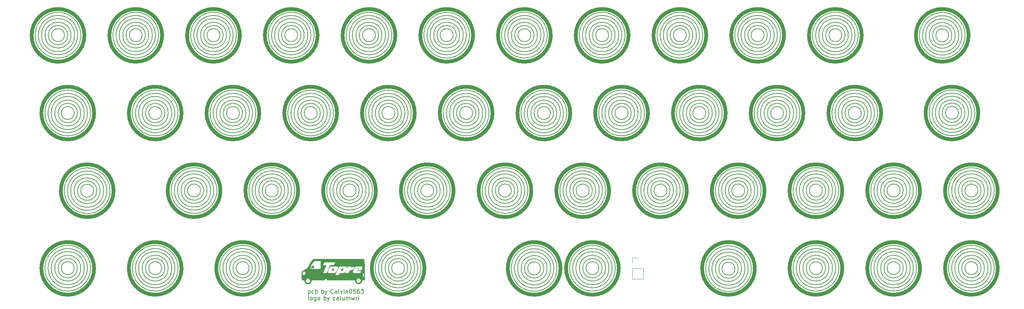
<source format=gbr>
%TF.GenerationSoftware,KiCad,Pcbnew,(7.0.0)*%
%TF.CreationDate,2024-05-03T23:27:27+02:00*%
%TF.ProjectId,minivan,6d696e69-7661-46e2-9e6b-696361645f70,rev?*%
%TF.SameCoordinates,Original*%
%TF.FileFunction,Legend,Top*%
%TF.FilePolarity,Positive*%
%FSLAX46Y46*%
G04 Gerber Fmt 4.6, Leading zero omitted, Abs format (unit mm)*
G04 Created by KiCad (PCBNEW (7.0.0)) date 2024-05-03 23:27:27*
%MOMM*%
%LPD*%
G01*
G04 APERTURE LIST*
%ADD10C,0.150000*%
%ADD11C,0.200000*%
%ADD12C,0.900000*%
%ADD13C,0.120000*%
%ADD14C,2.200000*%
%ADD15R,1.700000X1.700000*%
%ADD16O,1.700000X1.700000*%
%ADD17C,0.650000*%
%ADD18O,1.000000X1.600000*%
%ADD19O,1.000000X2.100000*%
G04 APERTURE END LIST*
D10*
X223893910Y-88049840D02*
G75*
G03*
X223893910Y-88049840I-5612660J0D01*
G01*
X115093750Y-50006250D02*
G75*
G03*
X115093750Y-50006250I-1587500J0D01*
G01*
X241378597Y-88049840D02*
G75*
G03*
X241378597Y-88049840I-4047347J0D01*
G01*
X53181250Y-30899840D02*
G75*
G03*
X53181250Y-30899840I-1587500J0D01*
G01*
X42862500Y-69056250D02*
G75*
G03*
X42862500Y-69056250I-3175000J0D01*
G01*
X57206410Y-30899840D02*
G75*
G03*
X57206410Y-30899840I-5612660J0D01*
G01*
X92075000Y-30899840D02*
G75*
G03*
X92075000Y-30899840I-2381250J0D01*
G01*
X200897347Y-88171942D02*
G75*
G03*
X200897347Y-88171942I-4047347J0D01*
G01*
X257968750Y-68999840D02*
G75*
G03*
X257968750Y-68999840I-1587500J0D01*
G01*
X57943750Y-88049840D02*
G75*
G03*
X57943750Y-88049840I-1587500J0D01*
G01*
X157218910Y-50006250D02*
G75*
G03*
X157218910Y-50006250I-5612660J0D01*
G01*
X254000000Y-49949840D02*
G75*
G03*
X254000000Y-49949840I-2381250J0D01*
G01*
X38972347Y-88049840D02*
G75*
G03*
X38972347Y-88049840I-4047347J0D01*
G01*
X82615693Y-88049840D02*
G75*
G03*
X82615693Y-88049840I-4828193J0D01*
G01*
X59531250Y-50006250D02*
G75*
G03*
X59531250Y-50006250I-3175000J0D01*
G01*
X154781250Y-50006250D02*
G75*
G03*
X154781250Y-50006250I-3175000J0D01*
G01*
X118334443Y-50006250D02*
G75*
G03*
X118334443Y-50006250I-4828193J0D01*
G01*
X208041097Y-30899840D02*
G75*
G03*
X208041097Y-30899840I-4047347J0D01*
G01*
X79375000Y-88049840D02*
G75*
G03*
X79375000Y-88049840I-1587500J0D01*
G01*
X80962500Y-88049840D02*
G75*
G03*
X80962500Y-88049840I-3175000J0D01*
G01*
X201612500Y-68999840D02*
G75*
G03*
X201612500Y-68999840I-2381250J0D01*
G01*
X242159443Y-88049840D02*
G75*
G03*
X242159443Y-88049840I-4828193J0D01*
G01*
X252412500Y-30956250D02*
G75*
G03*
X252412500Y-30956250I-3175000J0D01*
G01*
X254793750Y-49949840D02*
G75*
G03*
X254793750Y-49949840I-3175000J0D01*
G01*
X100068910Y-50006250D02*
G75*
G03*
X100068910Y-50006250I-5612660J0D01*
G01*
X261993910Y-88049840D02*
G75*
G03*
X261993910Y-88049840I-5612660J0D01*
G01*
X258762500Y-68999840D02*
G75*
G03*
X258762500Y-68999840I-2381250J0D01*
G01*
X91281250Y-30899840D02*
G75*
G03*
X91281250Y-30899840I-1587500J0D01*
G01*
X73818750Y-30899840D02*
G75*
G03*
X73818750Y-30899840I-3175000J0D01*
G01*
X81834847Y-88049840D02*
G75*
G03*
X81834847Y-88049840I-4047347J0D01*
G01*
X221456250Y-68999840D02*
G75*
G03*
X221456250Y-68999840I-3175000J0D01*
G01*
X128643910Y-68999840D02*
G75*
G03*
X128643910Y-68999840I-5612660J0D01*
G01*
X241378597Y-68999840D02*
G75*
G03*
X241378597Y-68999840I-4047347J0D01*
G01*
X78581250Y-50006250D02*
G75*
G03*
X78581250Y-50006250I-3175000J0D01*
G01*
X106362500Y-68999840D02*
G75*
G03*
X106362500Y-68999840I-2381250J0D01*
G01*
X206375000Y-30899840D02*
G75*
G03*
X206375000Y-30899840I-2381250J0D01*
G01*
X185009443Y-68999840D02*
G75*
G03*
X185009443Y-68999840I-4828193J0D01*
G01*
X109593910Y-68999840D02*
G75*
G03*
X109593910Y-68999840I-5612660J0D01*
G01*
X61184443Y-88049840D02*
G75*
G03*
X61184443Y-88049840I-4828193J0D01*
G01*
X146909443Y-68999840D02*
G75*
G03*
X146909443Y-68999840I-4828193J0D01*
G01*
X165959443Y-68999840D02*
G75*
G03*
X165959443Y-68999840I-4828193J0D01*
G01*
X87312500Y-68999840D02*
G75*
G03*
X87312500Y-68999840I-2381250J0D01*
G01*
X76993750Y-50006250D02*
G75*
G03*
X76993750Y-50006250I-1587500J0D01*
G01*
X223893910Y-68999840D02*
G75*
G03*
X223893910Y-68999840I-5612660J0D01*
G01*
X40537660Y-50006250D02*
G75*
G03*
X40537660Y-50006250I-5612660J0D01*
G01*
X108809443Y-68999840D02*
G75*
G03*
X108809443Y-68999840I-4828193J0D01*
G01*
X111125000Y-30899840D02*
G75*
G03*
X111125000Y-30899840I-2381250J0D01*
G01*
X175484443Y-50006250D02*
G75*
G03*
X175484443Y-50006250I-4828193J0D01*
G01*
X152400000Y-88106250D02*
G75*
G03*
X152400000Y-88106250I-3175000J0D01*
G01*
X57943750Y-50006250D02*
G75*
G03*
X57943750Y-50006250I-1587500J0D01*
G01*
X151671943Y-30899840D02*
G75*
G03*
X151671943Y-30899840I-4828193J0D01*
G01*
X192881250Y-50006250D02*
G75*
G03*
X192881250Y-50006250I-3175000J0D01*
G01*
X38972347Y-50006250D02*
G75*
G03*
X38972347Y-50006250I-4047347J0D01*
G01*
X242159443Y-68999840D02*
G75*
G03*
X242159443Y-68999840I-4828193J0D01*
G01*
X124618750Y-68999840D02*
G75*
G03*
X124618750Y-68999840I-1587500J0D01*
G01*
X110331250Y-30899840D02*
G75*
G03*
X110331250Y-30899840I-1587500J0D01*
G01*
X37306250Y-50006250D02*
G75*
G03*
X37306250Y-50006250I-2381250J0D01*
G01*
X259556250Y-68999840D02*
G75*
G03*
X259556250Y-68999840I-3175000J0D01*
G01*
X61968910Y-50006250D02*
G75*
G03*
X61968910Y-50006250I-5612660J0D01*
G01*
X38100000Y-88049840D02*
G75*
G03*
X38100000Y-88049840I-3175000J0D01*
G01*
X163512500Y-68999840D02*
G75*
G03*
X163512500Y-68999840I-2381250J0D01*
G01*
X40537660Y-88049840D02*
G75*
G03*
X40537660Y-88049840I-5612660J0D01*
G01*
X227871943Y-30899840D02*
G75*
G03*
X227871943Y-30899840I-4828193J0D01*
G01*
X95306410Y-30899840D02*
G75*
G03*
X95306410Y-30899840I-5612660J0D01*
G01*
X188991097Y-30899840D02*
G75*
G03*
X188991097Y-30899840I-4047347J0D01*
G01*
X169125160Y-88049840D02*
G75*
G03*
X169125160Y-88049840I-5612660J0D01*
G01*
X148431250Y-30899840D02*
G75*
G03*
X148431250Y-30899840I-1587500J0D01*
G01*
X219868750Y-88049840D02*
G75*
G03*
X219868750Y-88049840I-1587500J0D01*
G01*
X131841097Y-30899840D02*
G75*
G03*
X131841097Y-30899840I-4047347J0D01*
G01*
X220662500Y-88049840D02*
G75*
G03*
X220662500Y-88049840I-2381250J0D01*
G01*
X162718750Y-68999840D02*
G75*
G03*
X162718750Y-68999840I-1587500J0D01*
G01*
X38100000Y-50006250D02*
G75*
G03*
X38100000Y-50006250I-3175000J0D01*
G01*
X188118750Y-30899840D02*
G75*
G03*
X188118750Y-30899840I-3175000J0D01*
G01*
X220662500Y-68999840D02*
G75*
G03*
X220662500Y-68999840I-2381250J0D01*
G01*
X222328597Y-88049840D02*
G75*
G03*
X222328597Y-88049840I-4047347J0D01*
G01*
X119934847Y-88049840D02*
G75*
G03*
X119934847Y-88049840I-4047347J0D01*
G01*
X72231250Y-30899840D02*
G75*
G03*
X72231250Y-30899840I-1587500J0D01*
G01*
X150812500Y-88106250D02*
G75*
G03*
X150812500Y-88106250I-1587500J0D01*
G01*
X149225000Y-30899840D02*
G75*
G03*
X149225000Y-30899840I-2381250J0D01*
G01*
X194534443Y-50006250D02*
G75*
G03*
X194534443Y-50006250I-4828193J0D01*
G01*
X70709443Y-68999840D02*
G75*
G03*
X70709443Y-68999840I-4828193J0D01*
G01*
X207168750Y-30899840D02*
G75*
G03*
X207168750Y-30899840I-3175000J0D01*
G01*
X117553597Y-50006250D02*
G75*
G03*
X117553597Y-50006250I-4047347J0D01*
G01*
X153987500Y-50006250D02*
G75*
G03*
X153987500Y-50006250I-2381250J0D01*
G01*
X121500160Y-88049840D02*
G75*
G03*
X121500160Y-88049840I-5612660J0D01*
G01*
X191293750Y-50006250D02*
G75*
G03*
X191293750Y-50006250I-1587500J0D01*
G01*
X53975000Y-30899840D02*
G75*
G03*
X53975000Y-30899840I-2381250J0D01*
G01*
X138168910Y-50006250D02*
G75*
G03*
X138168910Y-50006250I-5612660J0D01*
G01*
X71493910Y-68999840D02*
G75*
G03*
X71493910Y-68999840I-5612660J0D01*
G01*
X223109443Y-88049840D02*
G75*
G03*
X223109443Y-88049840I-4828193J0D01*
G01*
X231853597Y-50006250D02*
G75*
G03*
X231853597Y-50006250I-4047347J0D01*
G01*
X165178597Y-68999840D02*
G75*
G03*
X165178597Y-68999840I-4047347J0D01*
G01*
X168275000Y-30899840D02*
G75*
G03*
X168275000Y-30899840I-2381250J0D01*
G01*
X36512500Y-50006250D02*
G75*
G03*
X36512500Y-50006250I-1587500J0D01*
G01*
X259556250Y-88049840D02*
G75*
G03*
X259556250Y-88049840I-3175000J0D01*
G01*
X45300160Y-69056250D02*
G75*
G03*
X45300160Y-69056250I-5612660J0D01*
G01*
X261209443Y-88049840D02*
G75*
G03*
X261209443Y-88049840I-4828193J0D01*
G01*
X153272347Y-88106250D02*
G75*
G03*
X153272347Y-88106250I-4047347J0D01*
G01*
X37306250Y-88049840D02*
G75*
G03*
X37306250Y-88049840I-2381250J0D01*
G01*
X261209443Y-68999840D02*
G75*
G03*
X261209443Y-68999840I-4828193J0D01*
G01*
X88106250Y-68999840D02*
G75*
G03*
X88106250Y-68999840I-3175000J0D01*
G01*
X55641097Y-30899840D02*
G75*
G03*
X55641097Y-30899840I-4047347J0D01*
G01*
X37371943Y-30899840D02*
G75*
G03*
X37371943Y-30899840I-4828193J0D01*
G01*
X232634443Y-50006250D02*
G75*
G03*
X232634443Y-50006250I-4828193J0D01*
G01*
X136603597Y-50006250D02*
G75*
G03*
X136603597Y-50006250I-4047347J0D01*
G01*
X213584443Y-50006250D02*
G75*
G03*
X213584443Y-50006250I-4828193J0D01*
G01*
X253284847Y-30956250D02*
G75*
G03*
X253284847Y-30956250I-4047347J0D01*
G01*
X189771943Y-30899840D02*
G75*
G03*
X189771943Y-30899840I-4828193J0D01*
G01*
X34925000Y-30899840D02*
G75*
G03*
X34925000Y-30899840I-2381250J0D01*
G01*
X239712500Y-88049840D02*
G75*
G03*
X239712500Y-88049840I-2381250J0D01*
G01*
X150891097Y-30899840D02*
G75*
G03*
X150891097Y-30899840I-4047347J0D01*
G01*
X239712500Y-68999840D02*
G75*
G03*
X239712500Y-68999840I-2381250J0D01*
G01*
X172243750Y-50006250D02*
G75*
G03*
X172243750Y-50006250I-1587500J0D01*
G01*
X90543910Y-68999840D02*
G75*
G03*
X90543910Y-68999840I-5612660J0D01*
G01*
X60403597Y-50006250D02*
G75*
G03*
X60403597Y-50006250I-4047347J0D01*
G01*
X182562500Y-68999840D02*
G75*
G03*
X182562500Y-68999840I-2381250J0D01*
G01*
X151606250Y-88106250D02*
G75*
G03*
X151606250Y-88106250I-2381250J0D01*
G01*
X199231250Y-88171942D02*
G75*
G03*
X199231250Y-88171942I-2381250J0D01*
G01*
X58737500Y-50006250D02*
G75*
G03*
X58737500Y-50006250I-2381250J0D01*
G01*
X186531250Y-30899840D02*
G75*
G03*
X186531250Y-30899840I-1587500J0D01*
G01*
X36591097Y-30899840D02*
G75*
G03*
X36591097Y-30899840I-4047347J0D01*
G01*
X44515693Y-69056250D02*
G75*
G03*
X44515693Y-69056250I-4828193J0D01*
G01*
X76256410Y-30899840D02*
G75*
G03*
X76256410Y-30899840I-5612660J0D01*
G01*
X73025000Y-30899840D02*
G75*
G03*
X73025000Y-30899840I-2381250J0D01*
G01*
X146128597Y-68999840D02*
G75*
G03*
X146128597Y-68999840I-4047347J0D01*
G01*
X224631250Y-30899840D02*
G75*
G03*
X224631250Y-30899840I-1587500J0D01*
G01*
X173831250Y-50006250D02*
G75*
G03*
X173831250Y-50006250I-3175000J0D01*
G01*
X169941097Y-30899840D02*
G75*
G03*
X169941097Y-30899840I-4047347J0D01*
G01*
X43734847Y-69056250D02*
G75*
G03*
X43734847Y-69056250I-4047347J0D01*
G01*
X36512500Y-88049840D02*
G75*
G03*
X36512500Y-88049840I-1587500J0D01*
G01*
X116681250Y-50006250D02*
G75*
G03*
X116681250Y-50006250I-3175000J0D01*
G01*
X202406250Y-68999840D02*
G75*
G03*
X202406250Y-68999840I-3175000J0D01*
G01*
X75471943Y-30899840D02*
G75*
G03*
X75471943Y-30899840I-4828193J0D01*
G01*
X242943910Y-68999840D02*
G75*
G03*
X242943910Y-68999840I-5612660J0D01*
G01*
X250825000Y-30956250D02*
G75*
G03*
X250825000Y-30956250I-1587500J0D01*
G01*
X254850160Y-30956250D02*
G75*
G03*
X254850160Y-30956250I-5612660J0D01*
G01*
X39753193Y-88049840D02*
G75*
G03*
X39753193Y-88049840I-4828193J0D01*
G01*
X74691097Y-30899840D02*
G75*
G03*
X74691097Y-30899840I-4047347J0D01*
G01*
X153193750Y-50006250D02*
G75*
G03*
X153193750Y-50006250I-1587500J0D01*
G01*
X256446943Y-49949840D02*
G75*
G03*
X256446943Y-49949840I-4828193J0D01*
G01*
X68262500Y-68999840D02*
G75*
G03*
X68262500Y-68999840I-2381250J0D01*
G01*
X212803597Y-50006250D02*
G75*
G03*
X212803597Y-50006250I-4047347J0D01*
G01*
X144462500Y-68999840D02*
G75*
G03*
X144462500Y-68999840I-2381250J0D01*
G01*
X130175000Y-30899840D02*
G75*
G03*
X130175000Y-30899840I-2381250J0D01*
G01*
X219868750Y-68999840D02*
G75*
G03*
X219868750Y-68999840I-1587500J0D01*
G01*
X240506250Y-88049840D02*
G75*
G03*
X240506250Y-88049840I-3175000J0D01*
G01*
X167559847Y-88049840D02*
G75*
G03*
X167559847Y-88049840I-4047347J0D01*
G01*
X260428597Y-88049840D02*
G75*
G03*
X260428597Y-88049840I-4047347J0D01*
G01*
X193753597Y-50006250D02*
G75*
G03*
X193753597Y-50006250I-4047347J0D01*
G01*
X125412500Y-68999840D02*
G75*
G03*
X125412500Y-68999840I-2381250J0D01*
G01*
X130968750Y-30899840D02*
G75*
G03*
X130968750Y-30899840I-3175000J0D01*
G01*
X60403597Y-88049840D02*
G75*
G03*
X60403597Y-88049840I-4047347J0D01*
G01*
X174703597Y-50006250D02*
G75*
G03*
X174703597Y-50006250I-4047347J0D01*
G01*
X258762500Y-88049840D02*
G75*
G03*
X258762500Y-88049840I-2381250J0D01*
G01*
X166743910Y-68999840D02*
G75*
G03*
X166743910Y-68999840I-5612660J0D01*
G01*
X94521943Y-30899840D02*
G75*
G03*
X94521943Y-30899840I-4828193J0D01*
G01*
X80234443Y-50006250D02*
G75*
G03*
X80234443Y-50006250I-4828193J0D01*
G01*
X221456250Y-88049840D02*
G75*
G03*
X221456250Y-88049840I-3175000J0D01*
G01*
X127859443Y-68999840D02*
G75*
G03*
X127859443Y-68999840I-4828193J0D01*
G01*
X154837660Y-88106250D02*
G75*
G03*
X154837660Y-88106250I-5612660J0D01*
G01*
X227091097Y-30899840D02*
G75*
G03*
X227091097Y-30899840I-4047347J0D01*
G01*
X195318910Y-50006250D02*
G75*
G03*
X195318910Y-50006250I-5612660J0D01*
G01*
X38156410Y-30899840D02*
G75*
G03*
X38156410Y-30899840I-5612660J0D01*
G01*
X134143750Y-50006250D02*
G75*
G03*
X134143750Y-50006250I-1587500J0D01*
G01*
X154053193Y-88106250D02*
G75*
G03*
X154053193Y-88106250I-4828193J0D01*
G01*
X251618750Y-30956250D02*
G75*
G03*
X251618750Y-30956250I-2381250J0D01*
G01*
X183356250Y-68999840D02*
G75*
G03*
X183356250Y-68999840I-3175000J0D01*
G01*
X233418910Y-50006250D02*
G75*
G03*
X233418910Y-50006250I-5612660J0D01*
G01*
X120715693Y-88049840D02*
G75*
G03*
X120715693Y-88049840I-4828193J0D01*
G01*
X165893750Y-88049840D02*
G75*
G03*
X165893750Y-88049840I-2381250J0D01*
G01*
X77787500Y-50006250D02*
G75*
G03*
X77787500Y-50006250I-2381250J0D01*
G01*
X225425000Y-30899840D02*
G75*
G03*
X225425000Y-30899840I-2381250J0D01*
G01*
X230981250Y-50006250D02*
G75*
G03*
X230981250Y-50006250I-3175000J0D01*
G01*
X89759443Y-68999840D02*
G75*
G03*
X89759443Y-68999840I-4828193J0D01*
G01*
X92868750Y-30899840D02*
G75*
G03*
X92868750Y-30899840I-3175000J0D01*
G01*
X156434443Y-50006250D02*
G75*
G03*
X156434443Y-50006250I-4828193J0D01*
G01*
X96043750Y-50006250D02*
G75*
G03*
X96043750Y-50006250I-1587500J0D01*
G01*
X167481250Y-30899840D02*
G75*
G03*
X167481250Y-30899840I-1587500J0D01*
G01*
X211137500Y-50006250D02*
G75*
G03*
X211137500Y-50006250I-2381250J0D01*
G01*
X173037500Y-50006250D02*
G75*
G03*
X173037500Y-50006250I-2381250J0D01*
G01*
X150018750Y-30899840D02*
G75*
G03*
X150018750Y-30899840I-3175000J0D01*
G01*
X97631250Y-50006250D02*
G75*
G03*
X97631250Y-50006250I-3175000J0D01*
G01*
X226218750Y-30899840D02*
G75*
G03*
X226218750Y-30899840I-3175000J0D01*
G01*
X209606410Y-30899840D02*
G75*
G03*
X209606410Y-30899840I-5612660J0D01*
G01*
X230187500Y-50006250D02*
G75*
G03*
X230187500Y-50006250I-2381250J0D01*
G01*
X115887500Y-50006250D02*
G75*
G03*
X115887500Y-50006250I-2381250J0D01*
G01*
X155653597Y-50006250D02*
G75*
G03*
X155653597Y-50006250I-4047347J0D01*
G01*
X134937500Y-50006250D02*
G75*
G03*
X134937500Y-50006250I-2381250J0D01*
G01*
X61968910Y-88049840D02*
G75*
G03*
X61968910Y-88049840I-5612660J0D01*
G01*
X135731250Y-50006250D02*
G75*
G03*
X135731250Y-50006250I-3175000J0D01*
G01*
X184228597Y-68999840D02*
G75*
G03*
X184228597Y-68999840I-4047347J0D01*
G01*
X255666097Y-49949840D02*
G75*
G03*
X255666097Y-49949840I-4047347J0D01*
G01*
X152456410Y-30899840D02*
G75*
G03*
X152456410Y-30899840I-5612660J0D01*
G01*
X111918750Y-30899840D02*
G75*
G03*
X111918750Y-30899840I-3175000J0D01*
G01*
X105568750Y-68999840D02*
G75*
G03*
X105568750Y-68999840I-1587500J0D01*
G01*
X254065693Y-30956250D02*
G75*
G03*
X254065693Y-30956250I-4828193J0D01*
G01*
X35718750Y-30899840D02*
G75*
G03*
X35718750Y-30899840I-3175000J0D01*
G01*
X133406410Y-30899840D02*
G75*
G03*
X133406410Y-30899840I-5612660J0D01*
G01*
X181768750Y-68999840D02*
G75*
G03*
X181768750Y-68999840I-1587500J0D01*
G01*
X208821943Y-30899840D02*
G75*
G03*
X208821943Y-30899840I-4828193J0D01*
G01*
X192087500Y-50006250D02*
G75*
G03*
X192087500Y-50006250I-2381250J0D01*
G01*
X118268750Y-88049840D02*
G75*
G03*
X118268750Y-88049840I-2381250J0D01*
G01*
X107156250Y-68999840D02*
G75*
G03*
X107156250Y-68999840I-3175000J0D01*
G01*
X42068750Y-69056250D02*
G75*
G03*
X42068750Y-69056250I-2381250J0D01*
G01*
X114356410Y-30899840D02*
G75*
G03*
X114356410Y-30899840I-5612660J0D01*
G01*
X67468750Y-68999840D02*
G75*
G03*
X67468750Y-68999840I-1587500J0D01*
G01*
X98503597Y-50006250D02*
G75*
G03*
X98503597Y-50006250I-4047347J0D01*
G01*
X170721943Y-30899840D02*
G75*
G03*
X170721943Y-30899840I-4828193J0D01*
G01*
X169068750Y-30899840D02*
G75*
G03*
X169068750Y-30899840I-3175000J0D01*
G01*
X108028597Y-68999840D02*
G75*
G03*
X108028597Y-68999840I-4047347J0D01*
G01*
X58737500Y-88049840D02*
G75*
G03*
X58737500Y-88049840I-2381250J0D01*
G01*
X204059443Y-68999840D02*
G75*
G03*
X204059443Y-68999840I-4828193J0D01*
G01*
X99284443Y-50006250D02*
G75*
G03*
X99284443Y-50006250I-4828193J0D01*
G01*
X228656410Y-30899840D02*
G75*
G03*
X228656410Y-30899840I-5612660J0D01*
G01*
X61184443Y-50006250D02*
G75*
G03*
X61184443Y-50006250I-4828193J0D01*
G01*
X238918750Y-68999840D02*
G75*
G03*
X238918750Y-68999840I-1587500J0D01*
G01*
X214368910Y-50006250D02*
G75*
G03*
X214368910Y-50006250I-5612660J0D01*
G01*
X171506410Y-30899840D02*
G75*
G03*
X171506410Y-30899840I-5612660J0D01*
G01*
X34131250Y-30899840D02*
G75*
G03*
X34131250Y-30899840I-1587500J0D01*
G01*
X242943910Y-88049840D02*
G75*
G03*
X242943910Y-88049840I-5612660J0D01*
G01*
X80168750Y-88049840D02*
G75*
G03*
X80168750Y-88049840I-2381250J0D01*
G01*
X129381250Y-30899840D02*
G75*
G03*
X129381250Y-30899840I-1587500J0D01*
G01*
X187325000Y-30899840D02*
G75*
G03*
X187325000Y-30899840I-2381250J0D01*
G01*
X165100000Y-88049840D02*
G75*
G03*
X165100000Y-88049840I-1587500J0D01*
G01*
X147693910Y-68999840D02*
G75*
G03*
X147693910Y-68999840I-5612660J0D01*
G01*
X229393750Y-50006250D02*
G75*
G03*
X229393750Y-50006250I-1587500J0D01*
G01*
X96837500Y-50006250D02*
G75*
G03*
X96837500Y-50006250I-2381250J0D01*
G01*
X200818750Y-68999840D02*
G75*
G03*
X200818750Y-68999840I-1587500J0D01*
G01*
X223109443Y-68999840D02*
G75*
G03*
X223109443Y-68999840I-4828193J0D01*
G01*
X117475000Y-88049840D02*
G75*
G03*
X117475000Y-88049840I-1587500J0D01*
G01*
X88978597Y-68999840D02*
G75*
G03*
X88978597Y-68999840I-4047347J0D01*
G01*
X132621943Y-30899840D02*
G75*
G03*
X132621943Y-30899840I-4828193J0D01*
G01*
X56421943Y-30899840D02*
G75*
G03*
X56421943Y-30899840I-4828193J0D01*
G01*
X176268910Y-50006250D02*
G75*
G03*
X176268910Y-50006250I-5612660J0D01*
G01*
X201678193Y-88171942D02*
G75*
G03*
X201678193Y-88171942I-4828193J0D01*
G01*
X238918750Y-88049840D02*
G75*
G03*
X238918750Y-88049840I-1587500J0D01*
G01*
X93741097Y-30899840D02*
G75*
G03*
X93741097Y-30899840I-4047347J0D01*
G01*
X261993910Y-68999840D02*
G75*
G03*
X261993910Y-68999840I-5612660J0D01*
G01*
X210343750Y-50006250D02*
G75*
G03*
X210343750Y-50006250I-1587500J0D01*
G01*
X127078597Y-68999840D02*
G75*
G03*
X127078597Y-68999840I-4047347J0D01*
G01*
X54768750Y-30899840D02*
G75*
G03*
X54768750Y-30899840I-3175000J0D01*
G01*
X257231410Y-49949840D02*
G75*
G03*
X257231410Y-49949840I-5612660J0D01*
G01*
X59531250Y-88049840D02*
G75*
G03*
X59531250Y-88049840I-3175000J0D01*
G01*
X79453597Y-50006250D02*
G75*
G03*
X79453597Y-50006250I-4047347J0D01*
G01*
X113571943Y-30899840D02*
G75*
G03*
X113571943Y-30899840I-4828193J0D01*
G01*
X190556410Y-30899840D02*
G75*
G03*
X190556410Y-30899840I-5612660J0D01*
G01*
X69928597Y-68999840D02*
G75*
G03*
X69928597Y-68999840I-4047347J0D01*
G01*
X185793910Y-68999840D02*
G75*
G03*
X185793910Y-68999840I-5612660J0D01*
G01*
X112791097Y-30899840D02*
G75*
G03*
X112791097Y-30899840I-4047347J0D01*
G01*
X222328597Y-68999840D02*
G75*
G03*
X222328597Y-68999840I-4047347J0D01*
G01*
X204843910Y-68999840D02*
G75*
G03*
X204843910Y-68999840I-5612660J0D01*
G01*
X205581250Y-30899840D02*
G75*
G03*
X205581250Y-30899840I-1587500J0D01*
G01*
X145256250Y-68999840D02*
G75*
G03*
X145256250Y-68999840I-3175000J0D01*
G01*
X168340693Y-88049840D02*
G75*
G03*
X168340693Y-88049840I-4828193J0D01*
G01*
X257968750Y-88049840D02*
G75*
G03*
X257968750Y-88049840I-1587500J0D01*
G01*
X119118910Y-50006250D02*
G75*
G03*
X119118910Y-50006250I-5612660J0D01*
G01*
X260428597Y-68999840D02*
G75*
G03*
X260428597Y-68999840I-4047347J0D01*
G01*
X203278597Y-68999840D02*
G75*
G03*
X203278597Y-68999840I-4047347J0D01*
G01*
X143668750Y-68999840D02*
G75*
G03*
X143668750Y-68999840I-1587500J0D01*
G01*
X83400160Y-88049840D02*
G75*
G03*
X83400160Y-88049840I-5612660J0D01*
G01*
X119062500Y-88049840D02*
G75*
G03*
X119062500Y-88049840I-3175000J0D01*
G01*
X126206250Y-68999840D02*
G75*
G03*
X126206250Y-68999840I-3175000J0D01*
G01*
X86518750Y-68999840D02*
G75*
G03*
X86518750Y-68999840I-1587500J0D01*
G01*
X164306250Y-68999840D02*
G75*
G03*
X164306250Y-68999840I-3175000J0D01*
G01*
X240506250Y-68999840D02*
G75*
G03*
X240506250Y-68999840I-3175000J0D01*
G01*
X253206250Y-49949840D02*
G75*
G03*
X253206250Y-49949840I-1587500J0D01*
G01*
X137384443Y-50006250D02*
G75*
G03*
X137384443Y-50006250I-4828193J0D01*
G01*
X211931250Y-50006250D02*
G75*
G03*
X211931250Y-50006250I-3175000J0D01*
G01*
X69056250Y-68999840D02*
G75*
G03*
X69056250Y-68999840I-3175000J0D01*
G01*
X39753193Y-50006250D02*
G75*
G03*
X39753193Y-50006250I-4828193J0D01*
G01*
X81018910Y-50006250D02*
G75*
G03*
X81018910Y-50006250I-5612660J0D01*
G01*
X41275000Y-69056250D02*
G75*
G03*
X41275000Y-69056250I-1587500J0D01*
G01*
X202462660Y-88171942D02*
G75*
G03*
X202462660Y-88171942I-5612660J0D01*
G01*
X198437500Y-88171942D02*
G75*
G03*
X198437500Y-88171942I-1587500J0D01*
G01*
X166687500Y-88049840D02*
G75*
G03*
X166687500Y-88049840I-3175000J0D01*
G01*
X200025000Y-88171942D02*
G75*
G03*
X200025000Y-88171942I-3175000J0D01*
G01*
D11*
X94043452Y-95826130D02*
X93948214Y-95778511D01*
X93948214Y-95778511D02*
X93900595Y-95683273D01*
X93900595Y-95683273D02*
X93900595Y-94826130D01*
X94567262Y-95826130D02*
X94472024Y-95778511D01*
X94472024Y-95778511D02*
X94424405Y-95730892D01*
X94424405Y-95730892D02*
X94376786Y-95635654D01*
X94376786Y-95635654D02*
X94376786Y-95349940D01*
X94376786Y-95349940D02*
X94424405Y-95254702D01*
X94424405Y-95254702D02*
X94472024Y-95207083D01*
X94472024Y-95207083D02*
X94567262Y-95159464D01*
X94567262Y-95159464D02*
X94710119Y-95159464D01*
X94710119Y-95159464D02*
X94805357Y-95207083D01*
X94805357Y-95207083D02*
X94852976Y-95254702D01*
X94852976Y-95254702D02*
X94900595Y-95349940D01*
X94900595Y-95349940D02*
X94900595Y-95635654D01*
X94900595Y-95635654D02*
X94852976Y-95730892D01*
X94852976Y-95730892D02*
X94805357Y-95778511D01*
X94805357Y-95778511D02*
X94710119Y-95826130D01*
X94710119Y-95826130D02*
X94567262Y-95826130D01*
X95757738Y-95159464D02*
X95757738Y-95968988D01*
X95757738Y-95968988D02*
X95710119Y-96064226D01*
X95710119Y-96064226D02*
X95662500Y-96111845D01*
X95662500Y-96111845D02*
X95567262Y-96159464D01*
X95567262Y-96159464D02*
X95424405Y-96159464D01*
X95424405Y-96159464D02*
X95329167Y-96111845D01*
X95757738Y-95778511D02*
X95662500Y-95826130D01*
X95662500Y-95826130D02*
X95472024Y-95826130D01*
X95472024Y-95826130D02*
X95376786Y-95778511D01*
X95376786Y-95778511D02*
X95329167Y-95730892D01*
X95329167Y-95730892D02*
X95281548Y-95635654D01*
X95281548Y-95635654D02*
X95281548Y-95349940D01*
X95281548Y-95349940D02*
X95329167Y-95254702D01*
X95329167Y-95254702D02*
X95376786Y-95207083D01*
X95376786Y-95207083D02*
X95472024Y-95159464D01*
X95472024Y-95159464D02*
X95662500Y-95159464D01*
X95662500Y-95159464D02*
X95757738Y-95207083D01*
X96376786Y-95826130D02*
X96281548Y-95778511D01*
X96281548Y-95778511D02*
X96233929Y-95730892D01*
X96233929Y-95730892D02*
X96186310Y-95635654D01*
X96186310Y-95635654D02*
X96186310Y-95349940D01*
X96186310Y-95349940D02*
X96233929Y-95254702D01*
X96233929Y-95254702D02*
X96281548Y-95207083D01*
X96281548Y-95207083D02*
X96376786Y-95159464D01*
X96376786Y-95159464D02*
X96519643Y-95159464D01*
X96519643Y-95159464D02*
X96614881Y-95207083D01*
X96614881Y-95207083D02*
X96662500Y-95254702D01*
X96662500Y-95254702D02*
X96710119Y-95349940D01*
X96710119Y-95349940D02*
X96710119Y-95635654D01*
X96710119Y-95635654D02*
X96662500Y-95730892D01*
X96662500Y-95730892D02*
X96614881Y-95778511D01*
X96614881Y-95778511D02*
X96519643Y-95826130D01*
X96519643Y-95826130D02*
X96376786Y-95826130D01*
X97738691Y-95826130D02*
X97738691Y-94826130D01*
X97738691Y-95207083D02*
X97833929Y-95159464D01*
X97833929Y-95159464D02*
X98024405Y-95159464D01*
X98024405Y-95159464D02*
X98119643Y-95207083D01*
X98119643Y-95207083D02*
X98167262Y-95254702D01*
X98167262Y-95254702D02*
X98214881Y-95349940D01*
X98214881Y-95349940D02*
X98214881Y-95635654D01*
X98214881Y-95635654D02*
X98167262Y-95730892D01*
X98167262Y-95730892D02*
X98119643Y-95778511D01*
X98119643Y-95778511D02*
X98024405Y-95826130D01*
X98024405Y-95826130D02*
X97833929Y-95826130D01*
X97833929Y-95826130D02*
X97738691Y-95778511D01*
X98548215Y-95159464D02*
X98786310Y-95826130D01*
X99024405Y-95159464D02*
X98786310Y-95826130D01*
X98786310Y-95826130D02*
X98691072Y-96064226D01*
X98691072Y-96064226D02*
X98643453Y-96111845D01*
X98643453Y-96111845D02*
X98548215Y-96159464D01*
X100433929Y-95778511D02*
X100338691Y-95826130D01*
X100338691Y-95826130D02*
X100148215Y-95826130D01*
X100148215Y-95826130D02*
X100052977Y-95778511D01*
X100052977Y-95778511D02*
X100005358Y-95730892D01*
X100005358Y-95730892D02*
X99957739Y-95635654D01*
X99957739Y-95635654D02*
X99957739Y-95349940D01*
X99957739Y-95349940D02*
X100005358Y-95254702D01*
X100005358Y-95254702D02*
X100052977Y-95207083D01*
X100052977Y-95207083D02*
X100148215Y-95159464D01*
X100148215Y-95159464D02*
X100338691Y-95159464D01*
X100338691Y-95159464D02*
X100433929Y-95207083D01*
X101291072Y-95826130D02*
X101291072Y-95302321D01*
X101291072Y-95302321D02*
X101243453Y-95207083D01*
X101243453Y-95207083D02*
X101148215Y-95159464D01*
X101148215Y-95159464D02*
X100957739Y-95159464D01*
X100957739Y-95159464D02*
X100862501Y-95207083D01*
X101291072Y-95778511D02*
X101195834Y-95826130D01*
X101195834Y-95826130D02*
X100957739Y-95826130D01*
X100957739Y-95826130D02*
X100862501Y-95778511D01*
X100862501Y-95778511D02*
X100814882Y-95683273D01*
X100814882Y-95683273D02*
X100814882Y-95588035D01*
X100814882Y-95588035D02*
X100862501Y-95492797D01*
X100862501Y-95492797D02*
X100957739Y-95445178D01*
X100957739Y-95445178D02*
X101195834Y-95445178D01*
X101195834Y-95445178D02*
X101291072Y-95397559D01*
X101910120Y-95826130D02*
X101814882Y-95778511D01*
X101814882Y-95778511D02*
X101767263Y-95683273D01*
X101767263Y-95683273D02*
X101767263Y-94826130D01*
X102719644Y-95159464D02*
X102719644Y-95826130D01*
X102291073Y-95159464D02*
X102291073Y-95683273D01*
X102291073Y-95683273D02*
X102338692Y-95778511D01*
X102338692Y-95778511D02*
X102433930Y-95826130D01*
X102433930Y-95826130D02*
X102576787Y-95826130D01*
X102576787Y-95826130D02*
X102672025Y-95778511D01*
X102672025Y-95778511D02*
X102719644Y-95730892D01*
X103195835Y-95826130D02*
X103195835Y-95159464D01*
X103195835Y-95254702D02*
X103243454Y-95207083D01*
X103243454Y-95207083D02*
X103338692Y-95159464D01*
X103338692Y-95159464D02*
X103481549Y-95159464D01*
X103481549Y-95159464D02*
X103576787Y-95207083D01*
X103576787Y-95207083D02*
X103624406Y-95302321D01*
X103624406Y-95302321D02*
X103624406Y-95826130D01*
X103624406Y-95302321D02*
X103672025Y-95207083D01*
X103672025Y-95207083D02*
X103767263Y-95159464D01*
X103767263Y-95159464D02*
X103910120Y-95159464D01*
X103910120Y-95159464D02*
X104005359Y-95207083D01*
X104005359Y-95207083D02*
X104052978Y-95302321D01*
X104052978Y-95302321D02*
X104052978Y-95826130D01*
X104433930Y-95159464D02*
X104624406Y-95826130D01*
X104624406Y-95826130D02*
X104814882Y-95349940D01*
X104814882Y-95349940D02*
X105005358Y-95826130D01*
X105005358Y-95826130D02*
X105195834Y-95159464D01*
X105576787Y-95826130D02*
X105576787Y-95159464D01*
X105576787Y-95349940D02*
X105624406Y-95254702D01*
X105624406Y-95254702D02*
X105672025Y-95207083D01*
X105672025Y-95207083D02*
X105767263Y-95159464D01*
X105767263Y-95159464D02*
X105862501Y-95159464D01*
X106195835Y-95826130D02*
X106195835Y-95159464D01*
X106195835Y-94826130D02*
X106148216Y-94873750D01*
X106148216Y-94873750D02*
X106195835Y-94921369D01*
X106195835Y-94921369D02*
X106243454Y-94873750D01*
X106243454Y-94873750D02*
X106195835Y-94826130D01*
X106195835Y-94826130D02*
X106195835Y-94921369D01*
X93900595Y-93571964D02*
X93900595Y-94571964D01*
X93900595Y-93619583D02*
X93995833Y-93571964D01*
X93995833Y-93571964D02*
X94186309Y-93571964D01*
X94186309Y-93571964D02*
X94281547Y-93619583D01*
X94281547Y-93619583D02*
X94329166Y-93667202D01*
X94329166Y-93667202D02*
X94376785Y-93762440D01*
X94376785Y-93762440D02*
X94376785Y-94048154D01*
X94376785Y-94048154D02*
X94329166Y-94143392D01*
X94329166Y-94143392D02*
X94281547Y-94191011D01*
X94281547Y-94191011D02*
X94186309Y-94238630D01*
X94186309Y-94238630D02*
X93995833Y-94238630D01*
X93995833Y-94238630D02*
X93900595Y-94191011D01*
X95233928Y-94191011D02*
X95138690Y-94238630D01*
X95138690Y-94238630D02*
X94948214Y-94238630D01*
X94948214Y-94238630D02*
X94852976Y-94191011D01*
X94852976Y-94191011D02*
X94805357Y-94143392D01*
X94805357Y-94143392D02*
X94757738Y-94048154D01*
X94757738Y-94048154D02*
X94757738Y-93762440D01*
X94757738Y-93762440D02*
X94805357Y-93667202D01*
X94805357Y-93667202D02*
X94852976Y-93619583D01*
X94852976Y-93619583D02*
X94948214Y-93571964D01*
X94948214Y-93571964D02*
X95138690Y-93571964D01*
X95138690Y-93571964D02*
X95233928Y-93619583D01*
X95662500Y-94238630D02*
X95662500Y-93238630D01*
X95662500Y-93619583D02*
X95757738Y-93571964D01*
X95757738Y-93571964D02*
X95948214Y-93571964D01*
X95948214Y-93571964D02*
X96043452Y-93619583D01*
X96043452Y-93619583D02*
X96091071Y-93667202D01*
X96091071Y-93667202D02*
X96138690Y-93762440D01*
X96138690Y-93762440D02*
X96138690Y-94048154D01*
X96138690Y-94048154D02*
X96091071Y-94143392D01*
X96091071Y-94143392D02*
X96043452Y-94191011D01*
X96043452Y-94191011D02*
X95948214Y-94238630D01*
X95948214Y-94238630D02*
X95757738Y-94238630D01*
X95757738Y-94238630D02*
X95662500Y-94191011D01*
X97167262Y-94238630D02*
X97167262Y-93238630D01*
X97167262Y-93619583D02*
X97262500Y-93571964D01*
X97262500Y-93571964D02*
X97452976Y-93571964D01*
X97452976Y-93571964D02*
X97548214Y-93619583D01*
X97548214Y-93619583D02*
X97595833Y-93667202D01*
X97595833Y-93667202D02*
X97643452Y-93762440D01*
X97643452Y-93762440D02*
X97643452Y-94048154D01*
X97643452Y-94048154D02*
X97595833Y-94143392D01*
X97595833Y-94143392D02*
X97548214Y-94191011D01*
X97548214Y-94191011D02*
X97452976Y-94238630D01*
X97452976Y-94238630D02*
X97262500Y-94238630D01*
X97262500Y-94238630D02*
X97167262Y-94191011D01*
X97976786Y-93571964D02*
X98214881Y-94238630D01*
X98452976Y-93571964D02*
X98214881Y-94238630D01*
X98214881Y-94238630D02*
X98119643Y-94476726D01*
X98119643Y-94476726D02*
X98072024Y-94524345D01*
X98072024Y-94524345D02*
X97976786Y-94571964D01*
X100005357Y-94143392D02*
X99957738Y-94191011D01*
X99957738Y-94191011D02*
X99814881Y-94238630D01*
X99814881Y-94238630D02*
X99719643Y-94238630D01*
X99719643Y-94238630D02*
X99576786Y-94191011D01*
X99576786Y-94191011D02*
X99481548Y-94095773D01*
X99481548Y-94095773D02*
X99433929Y-94000535D01*
X99433929Y-94000535D02*
X99386310Y-93810059D01*
X99386310Y-93810059D02*
X99386310Y-93667202D01*
X99386310Y-93667202D02*
X99433929Y-93476726D01*
X99433929Y-93476726D02*
X99481548Y-93381488D01*
X99481548Y-93381488D02*
X99576786Y-93286250D01*
X99576786Y-93286250D02*
X99719643Y-93238630D01*
X99719643Y-93238630D02*
X99814881Y-93238630D01*
X99814881Y-93238630D02*
X99957738Y-93286250D01*
X99957738Y-93286250D02*
X100005357Y-93333869D01*
X100862500Y-94238630D02*
X100862500Y-93714821D01*
X100862500Y-93714821D02*
X100814881Y-93619583D01*
X100814881Y-93619583D02*
X100719643Y-93571964D01*
X100719643Y-93571964D02*
X100529167Y-93571964D01*
X100529167Y-93571964D02*
X100433929Y-93619583D01*
X100862500Y-94191011D02*
X100767262Y-94238630D01*
X100767262Y-94238630D02*
X100529167Y-94238630D01*
X100529167Y-94238630D02*
X100433929Y-94191011D01*
X100433929Y-94191011D02*
X100386310Y-94095773D01*
X100386310Y-94095773D02*
X100386310Y-94000535D01*
X100386310Y-94000535D02*
X100433929Y-93905297D01*
X100433929Y-93905297D02*
X100529167Y-93857678D01*
X100529167Y-93857678D02*
X100767262Y-93857678D01*
X100767262Y-93857678D02*
X100862500Y-93810059D01*
X101481548Y-94238630D02*
X101386310Y-94191011D01*
X101386310Y-94191011D02*
X101338691Y-94095773D01*
X101338691Y-94095773D02*
X101338691Y-93238630D01*
X101767263Y-93571964D02*
X102005358Y-94238630D01*
X102005358Y-94238630D02*
X102243453Y-93571964D01*
X102624406Y-94238630D02*
X102624406Y-93571964D01*
X102624406Y-93238630D02*
X102576787Y-93286250D01*
X102576787Y-93286250D02*
X102624406Y-93333869D01*
X102624406Y-93333869D02*
X102672025Y-93286250D01*
X102672025Y-93286250D02*
X102624406Y-93238630D01*
X102624406Y-93238630D02*
X102624406Y-93333869D01*
X103100596Y-93571964D02*
X103100596Y-94238630D01*
X103100596Y-93667202D02*
X103148215Y-93619583D01*
X103148215Y-93619583D02*
X103243453Y-93571964D01*
X103243453Y-93571964D02*
X103386310Y-93571964D01*
X103386310Y-93571964D02*
X103481548Y-93619583D01*
X103481548Y-93619583D02*
X103529167Y-93714821D01*
X103529167Y-93714821D02*
X103529167Y-94238630D01*
X104195834Y-93238630D02*
X104291072Y-93238630D01*
X104291072Y-93238630D02*
X104386310Y-93286250D01*
X104386310Y-93286250D02*
X104433929Y-93333869D01*
X104433929Y-93333869D02*
X104481548Y-93429107D01*
X104481548Y-93429107D02*
X104529167Y-93619583D01*
X104529167Y-93619583D02*
X104529167Y-93857678D01*
X104529167Y-93857678D02*
X104481548Y-94048154D01*
X104481548Y-94048154D02*
X104433929Y-94143392D01*
X104433929Y-94143392D02*
X104386310Y-94191011D01*
X104386310Y-94191011D02*
X104291072Y-94238630D01*
X104291072Y-94238630D02*
X104195834Y-94238630D01*
X104195834Y-94238630D02*
X104100596Y-94191011D01*
X104100596Y-94191011D02*
X104052977Y-94143392D01*
X104052977Y-94143392D02*
X104005358Y-94048154D01*
X104005358Y-94048154D02*
X103957739Y-93857678D01*
X103957739Y-93857678D02*
X103957739Y-93619583D01*
X103957739Y-93619583D02*
X104005358Y-93429107D01*
X104005358Y-93429107D02*
X104052977Y-93333869D01*
X104052977Y-93333869D02*
X104100596Y-93286250D01*
X104100596Y-93286250D02*
X104195834Y-93238630D01*
X105433929Y-93238630D02*
X104957739Y-93238630D01*
X104957739Y-93238630D02*
X104910120Y-93714821D01*
X104910120Y-93714821D02*
X104957739Y-93667202D01*
X104957739Y-93667202D02*
X105052977Y-93619583D01*
X105052977Y-93619583D02*
X105291072Y-93619583D01*
X105291072Y-93619583D02*
X105386310Y-93667202D01*
X105386310Y-93667202D02*
X105433929Y-93714821D01*
X105433929Y-93714821D02*
X105481548Y-93810059D01*
X105481548Y-93810059D02*
X105481548Y-94048154D01*
X105481548Y-94048154D02*
X105433929Y-94143392D01*
X105433929Y-94143392D02*
X105386310Y-94191011D01*
X105386310Y-94191011D02*
X105291072Y-94238630D01*
X105291072Y-94238630D02*
X105052977Y-94238630D01*
X105052977Y-94238630D02*
X104957739Y-94191011D01*
X104957739Y-94191011D02*
X104910120Y-94143392D01*
X106338691Y-93238630D02*
X106148215Y-93238630D01*
X106148215Y-93238630D02*
X106052977Y-93286250D01*
X106052977Y-93286250D02*
X106005358Y-93333869D01*
X106005358Y-93333869D02*
X105910120Y-93476726D01*
X105910120Y-93476726D02*
X105862501Y-93667202D01*
X105862501Y-93667202D02*
X105862501Y-94048154D01*
X105862501Y-94048154D02*
X105910120Y-94143392D01*
X105910120Y-94143392D02*
X105957739Y-94191011D01*
X105957739Y-94191011D02*
X106052977Y-94238630D01*
X106052977Y-94238630D02*
X106243453Y-94238630D01*
X106243453Y-94238630D02*
X106338691Y-94191011D01*
X106338691Y-94191011D02*
X106386310Y-94143392D01*
X106386310Y-94143392D02*
X106433929Y-94048154D01*
X106433929Y-94048154D02*
X106433929Y-93810059D01*
X106433929Y-93810059D02*
X106386310Y-93714821D01*
X106386310Y-93714821D02*
X106338691Y-93667202D01*
X106338691Y-93667202D02*
X106243453Y-93619583D01*
X106243453Y-93619583D02*
X106052977Y-93619583D01*
X106052977Y-93619583D02*
X105957739Y-93667202D01*
X105957739Y-93667202D02*
X105910120Y-93714821D01*
X105910120Y-93714821D02*
X105862501Y-93810059D01*
X106767263Y-93238630D02*
X107386310Y-93238630D01*
X107386310Y-93238630D02*
X107052977Y-93619583D01*
X107052977Y-93619583D02*
X107195834Y-93619583D01*
X107195834Y-93619583D02*
X107291072Y-93667202D01*
X107291072Y-93667202D02*
X107338691Y-93714821D01*
X107338691Y-93714821D02*
X107386310Y-93810059D01*
X107386310Y-93810059D02*
X107386310Y-94048154D01*
X107386310Y-94048154D02*
X107338691Y-94143392D01*
X107338691Y-94143392D02*
X107291072Y-94191011D01*
X107291072Y-94191011D02*
X107195834Y-94238630D01*
X107195834Y-94238630D02*
X106910120Y-94238630D01*
X106910120Y-94238630D02*
X106814882Y-94191011D01*
X106814882Y-94191011D02*
X106767263Y-94143392D01*
D12*
%TO.C,SW_EC17*%
X119973250Y-50006250D02*
G75*
G03*
X119973250Y-50006250I-6467000J0D01*
G01*
%TO.C,SW_EC20*%
X177123250Y-50006250D02*
G75*
G03*
X177123250Y-50006250I-6467000J0D01*
G01*
%TO.C,SW_EC25*%
X46154500Y-69056250D02*
G75*
G03*
X46154500Y-69056250I-6467000J0D01*
G01*
%TO.C,SW_EC26*%
X72348250Y-69056250D02*
G75*
G03*
X72348250Y-69056250I-6467000J0D01*
G01*
%TO.C,SW_EC44*%
X224748250Y-88106250D02*
G75*
G03*
X224748250Y-88106250I-6467000J0D01*
G01*
%TO.C,SW_EC4*%
X96160750Y-30956250D02*
G75*
G03*
X96160750Y-30956250I-6467000J0D01*
G01*
%TO.C,SW_EC5*%
X115210750Y-30956250D02*
G75*
G03*
X115210750Y-30956250I-6467000J0D01*
G01*
%TO.C,SW_EC19*%
X158073250Y-50006250D02*
G75*
G03*
X158073250Y-50006250I-6467000J0D01*
G01*
%TO.C,SW_EC33*%
X205698250Y-69056250D02*
G75*
G03*
X205698250Y-69056250I-6467000J0D01*
G01*
%TO.C,SW_EC22*%
X215223250Y-50006250D02*
G75*
G03*
X215223250Y-50006250I-6467000J0D01*
G01*
%TO.C,SW_EC15*%
X81873250Y-50006250D02*
G75*
G03*
X81873250Y-50006250I-6467000J0D01*
G01*
%TO.C,SW_EC3*%
X77110750Y-30956250D02*
G75*
G03*
X77110750Y-30956250I-6467000J0D01*
G01*
%TO.C,SW_EC46*%
X262848250Y-88106250D02*
G75*
G03*
X262848250Y-88106250I-6467000J0D01*
G01*
%TO.C,SW_EC1*%
X39010750Y-30956250D02*
G75*
G03*
X39010750Y-30956250I-6467000J0D01*
G01*
D13*
%TO.C,SW1*%
X173295000Y-85501250D02*
X174625000Y-85501250D01*
X173295000Y-86831250D02*
X173295000Y-85501250D01*
X173295000Y-88101250D02*
X173295000Y-90701250D01*
X173295000Y-88101250D02*
X175955000Y-88101250D01*
X173295000Y-90701250D02*
X175955000Y-90701250D01*
X175955000Y-88101250D02*
X175955000Y-90701250D01*
D12*
%TO.C,SW_EC29*%
X129498250Y-69056250D02*
G75*
G03*
X129498250Y-69056250I-6467000J0D01*
G01*
%TO.C,SW_EC13*%
X41392000Y-50006250D02*
G75*
G03*
X41392000Y-50006250I-6467000J0D01*
G01*
%TO.C,SW_EC28*%
X110448250Y-69056250D02*
G75*
G03*
X110448250Y-69056250I-6467000J0D01*
G01*
%TO.C,SW_EC31*%
X167598250Y-69056250D02*
G75*
G03*
X167598250Y-69056250I-6467000J0D01*
G01*
%TO.C,G\u002A\u002A\u002A*%
G36*
X106256959Y-88109848D02*
G01*
X106337940Y-88136302D01*
X106353831Y-88174532D01*
X106306783Y-88214621D01*
X106210941Y-88244846D01*
X106089607Y-88257298D01*
X105973157Y-88251989D01*
X105891968Y-88228933D01*
X105875986Y-88214448D01*
X105876695Y-88159978D01*
X105945855Y-88120469D01*
X106072518Y-88101085D01*
X106118750Y-88099965D01*
X106256959Y-88109848D01*
G37*
G36*
X95290432Y-87768218D02*
G01*
X95278750Y-88078707D01*
X94911908Y-88090184D01*
X94737886Y-88094193D01*
X94627548Y-88091123D01*
X94564690Y-88078160D01*
X94533111Y-88052489D01*
X94519847Y-88022076D01*
X94522356Y-87919016D01*
X94573380Y-87793678D01*
X94659972Y-87675075D01*
X94686118Y-87649462D01*
X94819969Y-87561332D01*
X94989808Y-87492186D01*
X95152786Y-87458688D01*
X95179147Y-87457729D01*
X95302115Y-87457729D01*
X95290432Y-87768218D01*
G37*
G36*
X100181817Y-88187345D02*
G01*
X100238013Y-88217734D01*
X100236669Y-88273439D01*
X100207674Y-88375337D01*
X100175448Y-88458113D01*
X100088898Y-88659622D01*
X99853824Y-88659622D01*
X99714871Y-88654533D01*
X99641246Y-88636928D01*
X99618784Y-88603300D01*
X99618750Y-88601412D01*
X99639962Y-88502311D01*
X99692357Y-88377746D01*
X99759075Y-88266322D01*
X99772683Y-88248975D01*
X99842352Y-88209141D01*
X99953669Y-88184255D01*
X100076777Y-88176322D01*
X100181817Y-88187345D01*
G37*
G36*
X102421817Y-88187345D02*
G01*
X102478013Y-88217734D01*
X102476669Y-88273439D01*
X102447674Y-88375337D01*
X102415448Y-88458113D01*
X102328898Y-88659622D01*
X102093824Y-88659622D01*
X101954871Y-88654533D01*
X101881246Y-88636928D01*
X101858784Y-88603300D01*
X101858750Y-88601412D01*
X101879962Y-88502311D01*
X101932357Y-88377746D01*
X101999075Y-88266322D01*
X102012683Y-88248975D01*
X102082352Y-88209141D01*
X102193669Y-88184255D01*
X102316777Y-88176322D01*
X102421817Y-88187345D01*
G37*
G36*
X93541659Y-88091919D02*
G01*
X94347021Y-88091919D01*
X94386806Y-88160214D01*
X94408750Y-88175656D01*
X94470534Y-88188836D01*
X94598413Y-88199648D01*
X94780097Y-88208116D01*
X95003292Y-88214263D01*
X95255707Y-88218113D01*
X95525049Y-88219691D01*
X95799027Y-88219022D01*
X96065348Y-88216128D01*
X96311721Y-88211035D01*
X96525853Y-88203766D01*
X96695453Y-88194347D01*
X96808228Y-88182800D01*
X96850750Y-88170852D01*
X96867400Y-88114896D01*
X96880773Y-87993225D01*
X96890870Y-87820185D01*
X96897689Y-87610120D01*
X96901232Y-87377375D01*
X96901319Y-87298139D01*
X97498750Y-87298139D01*
X97536697Y-87315711D01*
X97642471Y-87328784D01*
X97803970Y-87336235D01*
X97923029Y-87337540D01*
X98119249Y-87339810D01*
X98245464Y-87347441D01*
X98311565Y-87361661D01*
X98327441Y-87383697D01*
X98326159Y-87387618D01*
X98304628Y-87437153D01*
X98255608Y-87549162D01*
X98183860Y-87712793D01*
X98094144Y-87917191D01*
X97991221Y-88151505D01*
X97921879Y-88309282D01*
X97814167Y-88555932D01*
X97718162Y-88778862D01*
X97638348Y-88967409D01*
X97579208Y-89110907D01*
X97545226Y-89198691D01*
X97538750Y-89220718D01*
X97576781Y-89238926D01*
X97683178Y-89252233D01*
X97846398Y-89259524D01*
X97951331Y-89260568D01*
X98363913Y-89260568D01*
X98490131Y-88969767D01*
X98700629Y-88969767D01*
X98720644Y-89073676D01*
X98780605Y-89149503D01*
X98874736Y-89205005D01*
X98944432Y-89226337D01*
X99050075Y-89241042D01*
X99202347Y-89249691D01*
X99411927Y-89252858D01*
X99689495Y-89251114D01*
X99725931Y-89250629D01*
X99987958Y-89246258D01*
X100182596Y-89240558D01*
X100322460Y-89232161D01*
X100420162Y-89219698D01*
X100488314Y-89201801D01*
X100539529Y-89177101D01*
X100565931Y-89159487D01*
X100634883Y-89084666D01*
X100723448Y-88952324D01*
X100822507Y-88779717D01*
X100922941Y-88584103D01*
X101015631Y-88382740D01*
X101091458Y-88192886D01*
X101117995Y-88114711D01*
X101154434Y-87926899D01*
X101128551Y-87786169D01*
X101039025Y-87687764D01*
X100992457Y-87662462D01*
X100912906Y-87645425D01*
X100762267Y-87632103D01*
X100549387Y-87622972D01*
X100283111Y-87618506D01*
X100166867Y-87618131D01*
X99866493Y-87618931D01*
X99633568Y-87626190D01*
X99455546Y-87647406D01*
X99319882Y-87690078D01*
X99214033Y-87761703D01*
X99125452Y-87869778D01*
X99041596Y-88021803D01*
X98949919Y-88225275D01*
X98881053Y-88386651D01*
X98780754Y-88636543D01*
X98720639Y-88827485D01*
X98700629Y-88969767D01*
X98490131Y-88969767D01*
X98780756Y-88300180D01*
X99197598Y-87339793D01*
X99690811Y-87328650D01*
X100184024Y-87317508D01*
X100321387Y-87005393D01*
X100383730Y-86861720D01*
X100431297Y-86748258D01*
X100456561Y-86683117D01*
X100458750Y-86674873D01*
X100420297Y-86670486D01*
X100311127Y-86666474D01*
X100140524Y-86662964D01*
X99917769Y-86660085D01*
X99652146Y-86657965D01*
X99352937Y-86656733D01*
X99127521Y-86656467D01*
X97796292Y-86656467D01*
X97647521Y-86957603D01*
X97579154Y-87100422D01*
X97527357Y-87217074D01*
X97500623Y-87288112D01*
X97498750Y-87298139D01*
X96901319Y-87298139D01*
X96901497Y-87136295D01*
X96898486Y-86901223D01*
X96892198Y-86686506D01*
X96882633Y-86506487D01*
X96869791Y-86375512D01*
X96853672Y-86307925D01*
X96850749Y-86303912D01*
X96791909Y-86284557D01*
X96670272Y-86270101D01*
X96502893Y-86260588D01*
X96306829Y-86256058D01*
X96099136Y-86256555D01*
X95896869Y-86262120D01*
X95717084Y-86272796D01*
X95576837Y-86288625D01*
X95518750Y-86300617D01*
X95384089Y-86364387D01*
X95239627Y-86485754D01*
X95082502Y-86668462D01*
X94909853Y-86916255D01*
X94718816Y-87232875D01*
X94506529Y-87622066D01*
X94502422Y-87629900D01*
X94403338Y-87835449D01*
X94352034Y-87986560D01*
X94347021Y-88091919D01*
X93541659Y-88091919D01*
X93633665Y-87997055D01*
X93766055Y-87818789D01*
X93905752Y-87591095D01*
X94064083Y-87302162D01*
X94077156Y-87277445D01*
X94267942Y-86922890D01*
X94432574Y-86633782D01*
X94577033Y-86402191D01*
X94707304Y-86220188D01*
X94829368Y-86079843D01*
X94949210Y-85973227D01*
X95072812Y-85892410D01*
X95152291Y-85852538D01*
X95176752Y-85842358D01*
X95205767Y-85833132D01*
X95243195Y-85824812D01*
X95292892Y-85817352D01*
X95358715Y-85810703D01*
X95444522Y-85804818D01*
X95554171Y-85799649D01*
X95691518Y-85795149D01*
X95860420Y-85791271D01*
X96064736Y-85787966D01*
X96308322Y-85785188D01*
X96595036Y-85782889D01*
X96928735Y-85781022D01*
X97313276Y-85779538D01*
X97752516Y-85778390D01*
X98250313Y-85777531D01*
X98810525Y-85776914D01*
X99437008Y-85776490D01*
X100133619Y-85776212D01*
X100904217Y-85776033D01*
X101368750Y-85775959D01*
X102182334Y-85775868D01*
X102919713Y-85775875D01*
X103584681Y-85776024D01*
X104181032Y-85776360D01*
X104712561Y-85776929D01*
X105183063Y-85777775D01*
X105596332Y-85778943D01*
X105956162Y-85780478D01*
X106266348Y-85782427D01*
X106530684Y-85784832D01*
X106752966Y-85787741D01*
X106936987Y-85791197D01*
X107086541Y-85795245D01*
X107205424Y-85799931D01*
X107297430Y-85805300D01*
X107366353Y-85811397D01*
X107415988Y-85818267D01*
X107450129Y-85825955D01*
X107472571Y-85834505D01*
X107487109Y-85843964D01*
X107492206Y-85848651D01*
X107536622Y-85919758D01*
X107576480Y-86041587D01*
X107612058Y-86217490D01*
X107643636Y-86450818D01*
X107671493Y-86744924D01*
X107695908Y-87103159D01*
X107717161Y-87528876D01*
X107735530Y-88025425D01*
X107751294Y-88596158D01*
X107761762Y-89084532D01*
X107767454Y-89425766D01*
X107771200Y-89748798D01*
X107773001Y-90043106D01*
X107772859Y-90298164D01*
X107770775Y-90503448D01*
X107766749Y-90648434D01*
X107761590Y-90717863D01*
X107722777Y-90860744D01*
X107647906Y-90956712D01*
X107523025Y-91016350D01*
X107334187Y-91050246D01*
X107321848Y-91051555D01*
X107186613Y-91071717D01*
X107116982Y-91100223D01*
X107098526Y-91139122D01*
X107060168Y-91355360D01*
X106956092Y-91556599D01*
X106800515Y-91731081D01*
X106607652Y-91867047D01*
X106391722Y-91952739D01*
X106166939Y-91976398D01*
X106095275Y-91968917D01*
X105830382Y-91891544D01*
X105617205Y-91753113D01*
X105456874Y-91554641D01*
X105351168Y-91299493D01*
X105285633Y-91063407D01*
X101876104Y-91063407D01*
X98466576Y-91063407D01*
X98462811Y-91052590D01*
X105682259Y-91052590D01*
X105703187Y-91235154D01*
X105774600Y-91378294D01*
X105919411Y-91524300D01*
X106089940Y-91602965D01*
X106271616Y-91610700D01*
X106449115Y-91544381D01*
X106606883Y-91409715D01*
X106702907Y-91244309D01*
X106731929Y-91063673D01*
X106688692Y-90883314D01*
X106679549Y-90864640D01*
X106557778Y-90702223D01*
X106399023Y-90597861D01*
X106219890Y-90557942D01*
X106036985Y-90588856D01*
X106001851Y-90603893D01*
X105836493Y-90720254D01*
X105728328Y-90875388D01*
X105682259Y-91052590D01*
X98462811Y-91052590D01*
X98422663Y-90937239D01*
X98391550Y-90825251D01*
X98378750Y-90734729D01*
X98368141Y-90688869D01*
X98323018Y-90669056D01*
X98223438Y-90668560D01*
X98188750Y-90670597D01*
X98073815Y-90681359D01*
X98016123Y-90705546D01*
X97992995Y-90760147D01*
X97985481Y-90822868D01*
X97965083Y-90932314D01*
X97933378Y-91009522D01*
X97930584Y-91013167D01*
X97901496Y-91026466D01*
X97834342Y-91037389D01*
X97723123Y-91046122D01*
X97561836Y-91052849D01*
X97344482Y-91057756D01*
X97065060Y-91061028D01*
X96717570Y-91062850D01*
X96301855Y-91063407D01*
X94714756Y-91063407D01*
X94666646Y-91296699D01*
X94580883Y-91537833D01*
X94439099Y-91738181D01*
X94254155Y-91890941D01*
X94038910Y-91989311D01*
X93806228Y-92026490D01*
X93568967Y-91995675D01*
X93438750Y-91946113D01*
X93323920Y-91885984D01*
X93232196Y-91829747D01*
X93213887Y-91816134D01*
X93092854Y-91681087D01*
X92989877Y-91501544D01*
X92924115Y-91313124D01*
X92914388Y-91259301D01*
X92892159Y-91091463D01*
X93266543Y-91091463D01*
X93276031Y-91248166D01*
X93328750Y-91375285D01*
X93457800Y-91536903D01*
X93632184Y-91635276D01*
X93813455Y-91664089D01*
X93929672Y-91655010D01*
X94019989Y-91616784D01*
X94118464Y-91533570D01*
X94140138Y-91512137D01*
X94273013Y-91339880D01*
X94326699Y-91166737D01*
X94301960Y-90989159D01*
X94269159Y-90913922D01*
X94148402Y-90754720D01*
X93993173Y-90655554D01*
X93819947Y-90616346D01*
X93645195Y-90637018D01*
X93485391Y-90717490D01*
X93357007Y-90857685D01*
X93323681Y-90918436D01*
X93266543Y-91091463D01*
X92892159Y-91091463D01*
X92888443Y-91063407D01*
X92690967Y-91063407D01*
X92519360Y-91051533D01*
X92405865Y-91008474D01*
X92331132Y-90923075D01*
X92291953Y-90833352D01*
X92271591Y-90731403D01*
X92256295Y-90565482D01*
X92246232Y-90351591D01*
X92241567Y-90105733D01*
X92242468Y-89843911D01*
X92245067Y-89741325D01*
X100541036Y-89741325D01*
X100934430Y-89741325D01*
X101327824Y-89741325D01*
X101403243Y-89573005D01*
X107200873Y-89573005D01*
X107201343Y-89642699D01*
X107212628Y-89851349D01*
X107244919Y-89990471D01*
X107302739Y-90068946D01*
X107390614Y-90095654D01*
X107431407Y-90094217D01*
X107558750Y-90081861D01*
X107558750Y-89725660D01*
X107552718Y-89522289D01*
X107530900Y-89389330D01*
X107487706Y-89317723D01*
X107417549Y-89298407D01*
X107314840Y-89322321D01*
X107310860Y-89323732D01*
X107252097Y-89349010D01*
X107218792Y-89385546D01*
X107204024Y-89453492D01*
X107200873Y-89573005D01*
X101403243Y-89573005D01*
X101435530Y-89500947D01*
X101543236Y-89260568D01*
X101990993Y-89260345D01*
X102257724Y-89255353D01*
X102459184Y-89238527D01*
X102566235Y-89215834D01*
X102945257Y-89215834D01*
X102961311Y-89240277D01*
X103013464Y-89253676D01*
X103115795Y-89259336D01*
X103282379Y-89260562D01*
X103306999Y-89260568D01*
X103684579Y-89260568D01*
X103816799Y-88978317D01*
X103836119Y-88942335D01*
X104845416Y-88942335D01*
X104879841Y-89078165D01*
X104969167Y-89185072D01*
X105072927Y-89233279D01*
X105139595Y-89238591D01*
X105271546Y-89242671D01*
X105454065Y-89245295D01*
X105672440Y-89246239D01*
X105878251Y-89245532D01*
X106597752Y-89240536D01*
X106685890Y-89060253D01*
X106743876Y-88939232D01*
X106774529Y-88853291D01*
X106769039Y-88796428D01*
X106718598Y-88762643D01*
X106614397Y-88745935D01*
X106447628Y-88740304D01*
X106215416Y-88739748D01*
X105982991Y-88738094D01*
X105821425Y-88732579D01*
X105721634Y-88722371D01*
X105674532Y-88706637D01*
X105668630Y-88689669D01*
X105707115Y-88665457D01*
X105808653Y-88646079D01*
X105979014Y-88630780D01*
X106204007Y-88619559D01*
X106453431Y-88606848D01*
X106637217Y-88586807D01*
X106769719Y-88553328D01*
X106865290Y-88500305D01*
X106938283Y-88421629D01*
X107003052Y-88311194D01*
X107022963Y-88271083D01*
X107097576Y-88068106D01*
X107114967Y-87892022D01*
X107075127Y-87754002D01*
X107023409Y-87693830D01*
X106980496Y-87665249D01*
X106924650Y-87644819D01*
X106842769Y-87631209D01*
X106721748Y-87623089D01*
X106548486Y-87619127D01*
X106309878Y-87617991D01*
X106276922Y-87617981D01*
X106005975Y-87619382D01*
X105801863Y-87625180D01*
X105651450Y-87637772D01*
X105541597Y-87659552D01*
X105459164Y-87692916D01*
X105391014Y-87740259D01*
X105338734Y-87789019D01*
X105280300Y-87870732D01*
X105204858Y-88008522D01*
X105120473Y-88183527D01*
X105035214Y-88376886D01*
X104957149Y-88569739D01*
X104894344Y-88743225D01*
X104854868Y-88878483D01*
X104845416Y-88942335D01*
X103836119Y-88942335D01*
X103905837Y-88812494D01*
X104004776Y-88690158D01*
X104130073Y-88600349D01*
X104298192Y-88532107D01*
X104525593Y-88474472D01*
X104595013Y-88460160D01*
X104911276Y-88396956D01*
X105045013Y-88078501D01*
X105105588Y-87930727D01*
X105151858Y-87811130D01*
X105176543Y-87738802D01*
X105178750Y-87727697D01*
X105143647Y-87709770D01*
X105051017Y-87711912D01*
X104919871Y-87730888D01*
X104769223Y-87763463D01*
X104618088Y-87806403D01*
X104528750Y-87838277D01*
X104393579Y-87887097D01*
X104322396Y-87896109D01*
X104307211Y-87860489D01*
X104340039Y-87775410D01*
X104359777Y-87736181D01*
X104420804Y-87617981D01*
X104009777Y-87618732D01*
X103598750Y-87619483D01*
X103285892Y-88356499D01*
X103188635Y-88587179D01*
X103101463Y-88796894D01*
X103029575Y-88972901D01*
X102978167Y-89102459D01*
X102952436Y-89172827D01*
X102951227Y-89177042D01*
X102945257Y-89215834D01*
X102566235Y-89215834D01*
X102609635Y-89206634D01*
X102723344Y-89156439D01*
X102814576Y-89084711D01*
X102828515Y-89070522D01*
X102886002Y-88988987D01*
X102961308Y-88852861D01*
X103046418Y-88680323D01*
X103133319Y-88489553D01*
X103213996Y-88298728D01*
X103280437Y-88126029D01*
X103324627Y-87989635D01*
X103338750Y-87913080D01*
X103311174Y-87817473D01*
X103244347Y-87720208D01*
X103239769Y-87715518D01*
X103140789Y-87616382D01*
X102291807Y-87627197D01*
X101442825Y-87638013D01*
X101090835Y-88459306D01*
X100981606Y-88714150D01*
X100876709Y-88958853D01*
X100782454Y-89178697D01*
X100705151Y-89358966D01*
X100651109Y-89484943D01*
X100639941Y-89510962D01*
X100541036Y-89741325D01*
X92245067Y-89741325D01*
X92249099Y-89582128D01*
X92261629Y-89336388D01*
X92270397Y-89228335D01*
X92532365Y-89228335D01*
X92533884Y-89383631D01*
X92547449Y-89528681D01*
X92572865Y-89641154D01*
X92608750Y-89698053D01*
X92748720Y-89737789D01*
X92892452Y-89698715D01*
X92954154Y-89657661D01*
X93050080Y-89560624D01*
X93119549Y-89459336D01*
X93158466Y-89341856D01*
X93176087Y-89200642D01*
X93171750Y-89065808D01*
X93144797Y-88967466D01*
X93130750Y-88948076D01*
X93065371Y-88921925D01*
X92949789Y-88905426D01*
X92813369Y-88899901D01*
X92685473Y-88906666D01*
X92602021Y-88924318D01*
X92566239Y-88976345D01*
X92543085Y-89085129D01*
X92532365Y-89228335D01*
X92270397Y-89228335D01*
X92274727Y-89174971D01*
X92299844Y-89000711D01*
X92344092Y-88864501D01*
X92418863Y-88754155D01*
X92535550Y-88657489D01*
X92705546Y-88562315D01*
X92940243Y-88456451D01*
X92950648Y-88452029D01*
X93167073Y-88353380D01*
X93345500Y-88252541D01*
X93497255Y-88137703D01*
X93541659Y-88091919D01*
G37*
%TO.C,SW_EC32*%
X186648250Y-69056250D02*
G75*
G03*
X186648250Y-69056250I-6467000J0D01*
G01*
%TO.C,SW_EC10*%
X210460750Y-30956250D02*
G75*
G03*
X210460750Y-30956250I-6467000J0D01*
G01*
%TO.C,SW_EC37*%
X41392000Y-88106250D02*
G75*
G03*
X41392000Y-88106250I-6467000J0D01*
G01*
%TO.C,SW_EC23*%
X234273250Y-50006250D02*
G75*
G03*
X234273250Y-50006250I-6467000J0D01*
G01*
%TO.C,SW_EC36*%
X262848250Y-69056250D02*
G75*
G03*
X262848250Y-69056250I-6467000J0D01*
G01*
%TO.C,SW_EC24*%
X258085750Y-50006250D02*
G75*
G03*
X258085750Y-50006250I-6467000J0D01*
G01*
%TO.C,SW_EC14*%
X62823250Y-50006250D02*
G75*
G03*
X62823250Y-50006250I-6467000J0D01*
G01*
%TO.C,SW_EC6*%
X134260750Y-30956250D02*
G75*
G03*
X134260750Y-30956250I-6467000J0D01*
G01*
%TO.C,SW_EC30*%
X148548250Y-69056250D02*
G75*
G03*
X148548250Y-69056250I-6467000J0D01*
G01*
%TO.C,SW_EC11*%
X229510750Y-30956250D02*
G75*
G03*
X229510750Y-30956250I-6467000J0D01*
G01*
%TO.C,SW_EC7*%
X153310750Y-30956250D02*
G75*
G03*
X153310750Y-30956250I-6467000J0D01*
G01*
%TO.C,SW_EC8*%
X172360750Y-30956250D02*
G75*
G03*
X172360750Y-30956250I-6467000J0D01*
G01*
%TO.C,SW_EC43*%
X203317000Y-88106250D02*
G75*
G03*
X203317000Y-88106250I-6467000J0D01*
G01*
%TO.C,SW_EC35*%
X243798250Y-69056250D02*
G75*
G03*
X243798250Y-69056250I-6467000J0D01*
G01*
%TO.C,SW_EC41*%
X155692000Y-88106250D02*
G75*
G03*
X155692000Y-88106250I-6467000J0D01*
G01*
%TO.C,SW_EC42*%
X169979500Y-88106250D02*
G75*
G03*
X169979500Y-88106250I-6467000J0D01*
G01*
%TO.C,SW_EC34*%
X224748250Y-69056250D02*
G75*
G03*
X224748250Y-69056250I-6467000J0D01*
G01*
%TO.C,SW_EC39*%
X84254500Y-88106250D02*
G75*
G03*
X84254500Y-88106250I-6467000J0D01*
G01*
%TO.C,SW_EC18*%
X139023250Y-50006250D02*
G75*
G03*
X139023250Y-50006250I-6467000J0D01*
G01*
%TO.C,SW_EC21*%
X196173250Y-50006250D02*
G75*
G03*
X196173250Y-50006250I-6467000J0D01*
G01*
%TO.C,SW_EC16*%
X100923250Y-50006250D02*
G75*
G03*
X100923250Y-50006250I-6467000J0D01*
G01*
%TO.C,SW_EC27*%
X91398250Y-69056250D02*
G75*
G03*
X91398250Y-69056250I-6467000J0D01*
G01*
%TO.C,SW_EC38*%
X62823250Y-88106250D02*
G75*
G03*
X62823250Y-88106250I-6467000J0D01*
G01*
%TO.C,SW_EC9*%
X191410750Y-30956250D02*
G75*
G03*
X191410750Y-30956250I-6467000J0D01*
G01*
%TO.C,SW_EC45*%
X243798250Y-88106250D02*
G75*
G03*
X243798250Y-88106250I-6467000J0D01*
G01*
%TO.C,SW_EC2*%
X58060750Y-30956250D02*
G75*
G03*
X58060750Y-30956250I-6467000J0D01*
G01*
%TO.C,SW_EC12*%
X255704500Y-30956250D02*
G75*
G03*
X255704500Y-30956250I-6467000J0D01*
G01*
%TO.C,SW_EC40*%
X122354500Y-88106250D02*
G75*
G03*
X122354500Y-88106250I-6467000J0D01*
G01*
%TD*%
D14*
%TO.C,H3*%
X156368750Y-30956250D03*
%TD*%
%TO.C,H18*%
X68262500Y-88106250D03*
%TD*%
%TO.C,H22*%
X246856250Y-88106250D03*
%TD*%
%TO.C,H9*%
X142081250Y-50006250D03*
%TD*%
%TO.C,H4*%
X213518750Y-30956250D03*
%TD*%
%TO.C,H15*%
X208756250Y-69056250D03*
%TD*%
%TO.C,H14*%
X151606250Y-69056250D03*
%TD*%
%TO.C,H12*%
X30162500Y-69056250D03*
%TD*%
%TO.C,H21*%
X208756250Y-88106250D03*
%TD*%
%TO.C,H20*%
X178593750Y-88106250D03*
%TD*%
%TO.C,H16*%
X246856250Y-69056250D03*
%TD*%
%TO.C,H13*%
X94456250Y-69056250D03*
%TD*%
%TO.C,H5*%
X258762500Y-30956250D03*
%TD*%
%TO.C,H7*%
X65881250Y-50006250D03*
%TD*%
%TO.C,H6*%
X25400000Y-50006250D03*
%TD*%
%TO.C,H10*%
X199231250Y-50006250D03*
%TD*%
%TO.C,H17*%
X44450000Y-88106250D03*
%TD*%
%TO.C,H1*%
X42068750Y-30956250D03*
%TD*%
%TO.C,H19*%
X89693750Y-88106250D03*
%TD*%
%TO.C,H8*%
X103981250Y-50006250D03*
%TD*%
%TO.C,H11*%
X242093750Y-50006250D03*
%TD*%
%TO.C,H2*%
X99218750Y-30956250D03*
%TD*%
%LPC*%
%TO.C,H3*%
X156368750Y-30956250D03*
%TD*%
%TO.C,H18*%
X68262500Y-88106250D03*
%TD*%
%TO.C,H22*%
X246856250Y-88106250D03*
%TD*%
%TO.C,H9*%
X142081250Y-50006250D03*
%TD*%
%TO.C,H4*%
X213518750Y-30956250D03*
%TD*%
%TO.C,H15*%
X208756250Y-69056250D03*
%TD*%
%TO.C,H14*%
X151606250Y-69056250D03*
%TD*%
%TO.C,H12*%
X30162500Y-69056250D03*
%TD*%
%TO.C,H21*%
X208756250Y-88106250D03*
%TD*%
%TO.C,H20*%
X178593750Y-88106250D03*
%TD*%
D15*
%TO.C,SW1*%
X174624999Y-86831249D03*
D16*
X174624999Y-89371249D03*
%TD*%
D14*
%TO.C,H16*%
X246856250Y-69056250D03*
%TD*%
%TO.C,H13*%
X94456250Y-69056250D03*
%TD*%
%TO.C,H5*%
X258762500Y-30956250D03*
%TD*%
%TO.C,H7*%
X65881250Y-50006250D03*
%TD*%
%TO.C,H6*%
X25400000Y-50006250D03*
%TD*%
%TO.C,H10*%
X199231250Y-50006250D03*
%TD*%
%TO.C,H17*%
X44450000Y-88106250D03*
%TD*%
%TO.C,H1*%
X42068750Y-30956250D03*
%TD*%
%TO.C,H19*%
X89693750Y-88106250D03*
%TD*%
%TO.C,H8*%
X103981250Y-50006250D03*
%TD*%
%TO.C,H11*%
X242093750Y-50006250D03*
%TD*%
%TO.C,H2*%
X99218750Y-30956250D03*
%TD*%
D15*
%TO.C,J4*%
X246856249Y-64452499D03*
D16*
X246856249Y-61912499D03*
X246856249Y-59372499D03*
%TD*%
D17*
%TO.C,J3*%
X233234750Y-25580750D03*
X239014750Y-25580750D03*
D18*
X231804749Y-21930749D03*
D19*
X231804749Y-26110749D03*
D18*
X240444749Y-21930749D03*
D19*
X240444749Y-26110749D03*
%TD*%
M02*

</source>
